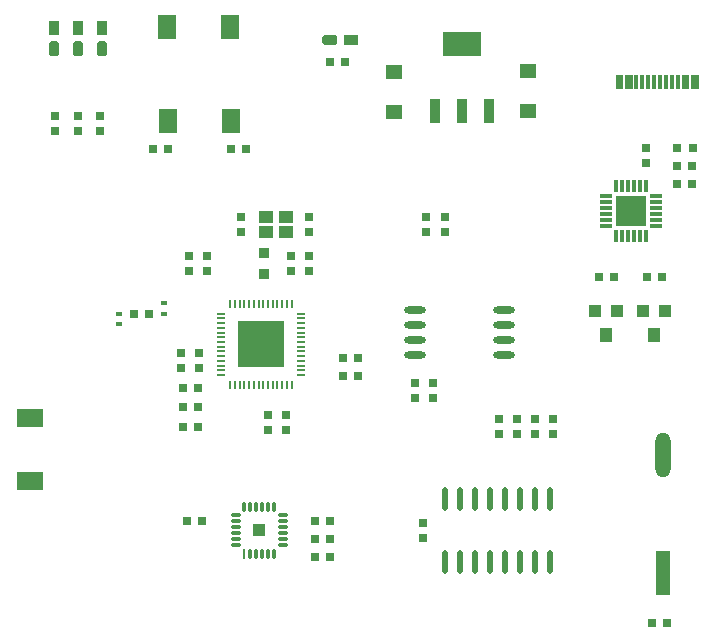
<source format=gtp>
G04*
G04 #@! TF.GenerationSoftware,Altium Limited,Altium Designer,18.0.10 (644)*
G04*
G04 Layer_Color=8421504*
%FSLAX25Y25*%
%MOIN*%
G70*
G01*
G75*
%ADD22R,0.01181X0.04528*%
%ADD23R,0.01181X0.04528*%
%ADD24R,0.01180X0.04520*%
%ADD25R,0.01180X0.04520*%
%ADD26R,0.03937X0.03937*%
%ADD27O,0.01102X0.03543*%
%ADD28R,0.01102X0.03543*%
%ADD29O,0.03543X0.01102*%
%ADD30R,0.05118X0.14961*%
%ADD31O,0.05118X0.14961*%
%ADD32R,0.03000X0.03000*%
%ADD33R,0.03000X0.03000*%
%ADD34R,0.04000X0.04000*%
%ADD35R,0.04000X0.05000*%
%ADD36R,0.05906X0.07874*%
G04:AMPARAMS|DCode=37|XSize=50mil|YSize=35mil|CornerRadius=0mil|HoleSize=0mil|Usage=FLASHONLY|Rotation=270.000|XOffset=0mil|YOffset=0mil|HoleType=Round|Shape=Octagon|*
%AMOCTAGOND37*
4,1,8,-0.00875,-0.02500,0.00875,-0.02500,0.01750,-0.01625,0.01750,0.01625,0.00875,0.02500,-0.00875,0.02500,-0.01750,0.01625,-0.01750,-0.01625,-0.00875,-0.02500,0.0*
%
%ADD37OCTAGOND37*%

%ADD38R,0.03500X0.05000*%
G04:AMPARAMS|DCode=39|XSize=50mil|YSize=35mil|CornerRadius=0mil|HoleSize=0mil|Usage=FLASHONLY|Rotation=180.000|XOffset=0mil|YOffset=0mil|HoleType=Round|Shape=Octagon|*
%AMOCTAGOND39*
4,1,8,-0.02500,0.00875,-0.02500,-0.00875,-0.01625,-0.01750,0.01625,-0.01750,0.02500,-0.00875,0.02500,0.00875,0.01625,0.01750,-0.01625,0.01750,-0.02500,0.00875,0.0*
%
%ADD39OCTAGOND39*%

%ADD40R,0.05000X0.03500*%
%ADD41R,0.02618X0.00787*%
%ADD42R,0.00787X0.02618*%
%ADD43R,0.15748X0.15748*%
%ADD44R,0.02500X0.03000*%
%ADD45R,0.12598X0.08268*%
%ADD46R,0.03543X0.08268*%
%ADD47R,0.05512X0.04724*%
%ADD48R,0.04724X0.03937*%
%ADD49R,0.03500X0.03500*%
%ADD50R,0.08661X0.05906*%
%ADD51R,0.03000X0.02500*%
%ADD52R,0.01968X0.01575*%
%ADD53R,0.03937X0.01181*%
%ADD54R,0.01181X0.03937*%
%ADD55R,0.09843X0.09843*%
%ADD56O,0.02165X0.07874*%
%ADD57O,0.07200X0.02400*%
D22*
X354345Y372262D02*
D03*
X351195Y372272D02*
D03*
X344109Y372262D02*
D03*
X340172D02*
D03*
X331116Y372255D02*
D03*
X327966Y372256D02*
D03*
D23*
X353164Y372262D02*
D03*
X350013Y372272D02*
D03*
X346076Y372256D02*
D03*
X342139D02*
D03*
X338202D02*
D03*
X334265D02*
D03*
X332298Y372256D02*
D03*
X329147Y372256D02*
D03*
D24*
X348045D02*
D03*
D25*
X336235D02*
D03*
D26*
X208500Y223000D02*
D03*
D27*
X213421Y215126D02*
D03*
X211453D02*
D03*
X209484D02*
D03*
X207516D02*
D03*
X205547D02*
D03*
X203579Y230874D02*
D03*
X205547D02*
D03*
X207516D02*
D03*
X209484D02*
D03*
X211453D02*
D03*
X213421D02*
D03*
D28*
X203579Y215126D02*
D03*
D29*
X216374Y227921D02*
D03*
Y225953D02*
D03*
Y223984D02*
D03*
Y222016D02*
D03*
Y220047D02*
D03*
Y218079D02*
D03*
X200626D02*
D03*
Y220047D02*
D03*
Y222016D02*
D03*
Y223984D02*
D03*
Y225953D02*
D03*
Y227921D02*
D03*
D30*
X343000Y208815D02*
D03*
D31*
Y248185D02*
D03*
D32*
X263000Y225559D02*
D03*
Y220441D02*
D03*
X306500Y254941D02*
D03*
Y260059D02*
D03*
X300500Y254941D02*
D03*
Y260059D02*
D03*
X294500Y254941D02*
D03*
Y260059D02*
D03*
X288500Y254941D02*
D03*
Y260059D02*
D03*
X337433Y345417D02*
D03*
Y350536D02*
D03*
X266500Y267000D02*
D03*
Y272118D02*
D03*
X260500Y267000D02*
D03*
Y272118D02*
D03*
X155500Y361059D02*
D03*
Y355941D02*
D03*
X148000Y361059D02*
D03*
Y355941D02*
D03*
X140500Y361059D02*
D03*
Y355941D02*
D03*
X225000Y327559D02*
D03*
Y322441D02*
D03*
X202500Y322441D02*
D03*
Y327559D02*
D03*
X217500Y256441D02*
D03*
Y261559D02*
D03*
X211500Y256441D02*
D03*
Y261559D02*
D03*
X264000Y322441D02*
D03*
Y327559D02*
D03*
X270500D02*
D03*
Y322441D02*
D03*
X225000Y314559D02*
D03*
Y309441D02*
D03*
X219000Y314559D02*
D03*
Y309441D02*
D03*
X191000Y314559D02*
D03*
Y309441D02*
D03*
X185000Y314559D02*
D03*
Y309441D02*
D03*
X188500Y277000D02*
D03*
Y282118D02*
D03*
D33*
X226941Y226000D02*
D03*
X232059D02*
D03*
X189559Y226000D02*
D03*
X184441D02*
D03*
X232059Y214000D02*
D03*
X226941D02*
D03*
X232059Y220000D02*
D03*
X226941D02*
D03*
X339382Y192000D02*
D03*
X344500D02*
D03*
X347874Y350477D02*
D03*
X352993D02*
D03*
X347815Y344476D02*
D03*
X352933D02*
D03*
X347815Y338476D02*
D03*
X352933D02*
D03*
X326933Y307476D02*
D03*
X321815D02*
D03*
X337815D02*
D03*
X342933D02*
D03*
X198941Y350000D02*
D03*
X204059D02*
D03*
X178059Y350000D02*
D03*
X172941D02*
D03*
X231941Y379000D02*
D03*
X237059D02*
D03*
X241559Y274500D02*
D03*
X236441D02*
D03*
X241559Y280500D02*
D03*
X236441D02*
D03*
X188118Y257500D02*
D03*
X183000D02*
D03*
X188059Y264000D02*
D03*
X182941D02*
D03*
X188059Y270500D02*
D03*
X182941D02*
D03*
D34*
X336433Y295976D02*
D03*
X343933D02*
D03*
X320433D02*
D03*
X327933D02*
D03*
D35*
X340233Y287976D02*
D03*
X324233D02*
D03*
D36*
X199000Y359500D02*
D03*
X198921Y390731D02*
D03*
X178000Y359500D02*
D03*
X177921Y390731D02*
D03*
D37*
X156026Y383500D02*
D03*
X148000Y383500D02*
D03*
X140026Y383500D02*
D03*
D38*
X156026Y390499D02*
D03*
X148000Y390500D02*
D03*
X140026Y390499D02*
D03*
D39*
X231999Y386474D02*
D03*
D40*
X239000D02*
D03*
D41*
X195647Y295174D02*
D03*
Y293599D02*
D03*
Y292024D02*
D03*
Y290450D02*
D03*
Y288875D02*
D03*
Y287300D02*
D03*
Y285725D02*
D03*
Y284150D02*
D03*
Y282576D02*
D03*
Y281001D02*
D03*
Y279426D02*
D03*
Y277851D02*
D03*
Y276276D02*
D03*
Y274702D02*
D03*
X222478D02*
D03*
Y276276D02*
D03*
Y277851D02*
D03*
Y279426D02*
D03*
Y281001D02*
D03*
Y282576D02*
D03*
Y284150D02*
D03*
Y285725D02*
D03*
Y287300D02*
D03*
Y288875D02*
D03*
Y290450D02*
D03*
Y292024D02*
D03*
Y293599D02*
D03*
Y295174D02*
D03*
D42*
X198827Y271522D02*
D03*
X200401D02*
D03*
X201976D02*
D03*
X203551D02*
D03*
X205126D02*
D03*
X206701D02*
D03*
X208275D02*
D03*
X209850D02*
D03*
X211425D02*
D03*
X213000D02*
D03*
X214575D02*
D03*
X216149D02*
D03*
X217724D02*
D03*
X219299D02*
D03*
Y298353D02*
D03*
X217724D02*
D03*
X216149D02*
D03*
X214575D02*
D03*
X213000D02*
D03*
X211425D02*
D03*
X209850D02*
D03*
X208275D02*
D03*
X206701D02*
D03*
X205126D02*
D03*
X203551D02*
D03*
X201976D02*
D03*
X200401D02*
D03*
X198827D02*
D03*
D43*
X209063Y284938D02*
D03*
D44*
X182500Y282000D02*
D03*
Y277000D02*
D03*
D45*
X276000Y385221D02*
D03*
D46*
X285055Y362779D02*
D03*
X276000D02*
D03*
X266945D02*
D03*
D47*
X298000Y376193D02*
D03*
Y362807D02*
D03*
X253500Y375693D02*
D03*
Y362307D02*
D03*
D48*
X210653Y327559D02*
D03*
X217347D02*
D03*
Y322441D02*
D03*
X210653D02*
D03*
D49*
X210000Y315500D02*
D03*
Y308500D02*
D03*
D50*
X132118Y260547D02*
D03*
Y239366D02*
D03*
D51*
X166648Y295221D02*
D03*
X171648D02*
D03*
D52*
X176647Y295178D02*
D03*
X176647Y298721D02*
D03*
X161648Y295221D02*
D03*
X161647Y291678D02*
D03*
D53*
X340799Y324555D02*
D03*
Y326523D02*
D03*
Y328492D02*
D03*
Y330461D02*
D03*
Y332429D02*
D03*
Y334398D02*
D03*
X324067D02*
D03*
Y332429D02*
D03*
Y330461D02*
D03*
Y328492D02*
D03*
Y326523D02*
D03*
Y324555D02*
D03*
D54*
X337354Y337842D02*
D03*
X335386D02*
D03*
X333417D02*
D03*
X331449D02*
D03*
X329480D02*
D03*
X327512D02*
D03*
X327512Y321110D02*
D03*
X329480D02*
D03*
X331449D02*
D03*
X333417D02*
D03*
X335386D02*
D03*
X337354D02*
D03*
D55*
X332433Y329476D02*
D03*
D56*
X270500Y212400D02*
D03*
X275500D02*
D03*
X280500D02*
D03*
X285500D02*
D03*
X290500D02*
D03*
X295500D02*
D03*
X300500D02*
D03*
X305500D02*
D03*
X270500Y233500D02*
D03*
X275500D02*
D03*
X280500D02*
D03*
X285500D02*
D03*
X290500D02*
D03*
X295500D02*
D03*
X300500D02*
D03*
X305500D02*
D03*
D57*
X260500Y296500D02*
D03*
Y291500D02*
D03*
Y286500D02*
D03*
Y281500D02*
D03*
X290169Y296500D02*
D03*
Y291500D02*
D03*
Y286500D02*
D03*
Y281500D02*
D03*
M02*

</source>
